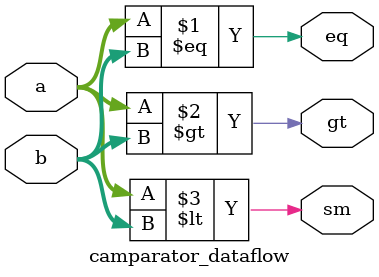
<source format=v>
module camparator_dataflow(eq,gt,sm,a,b);

input [3:0]a,b;
output eq,gt,sm;

assign eq = (a == b);
assign gt = (a > b);
assign sm = (a < b);

endmodule
</source>
